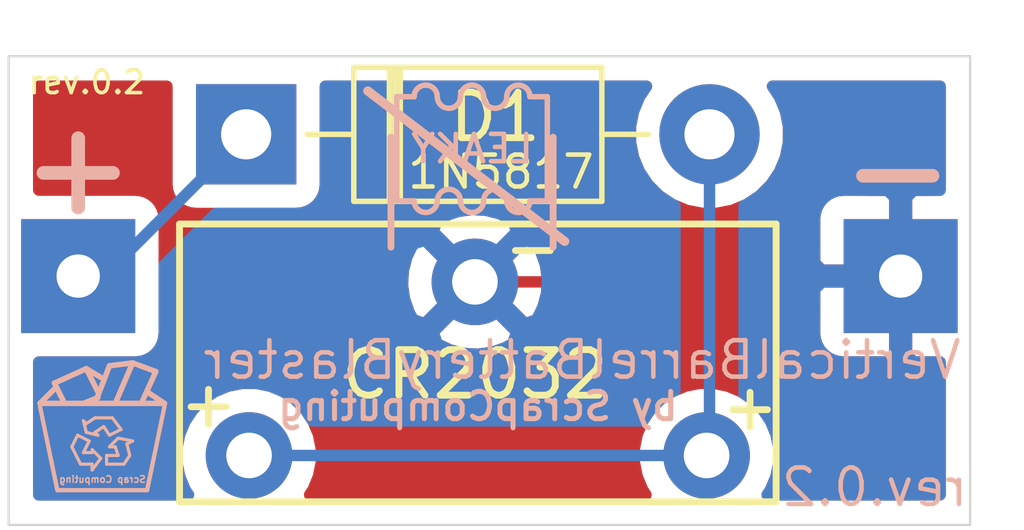
<source format=kicad_pcb>
(kicad_pcb (version 20171130) (host pcbnew 5.1.9+dfsg1-1+deb11u1)

  (general
    (thickness 1.6)
    (drawings 126)
    (tracks 7)
    (zones 0)
    (modules 3)
    (nets 4)
  )

  (page A4)
  (layers
    (0 F.Cu signal)
    (31 B.Cu signal)
    (32 B.Adhes user)
    (33 F.Adhes user)
    (34 B.Paste user)
    (35 F.Paste user)
    (36 B.SilkS user)
    (37 F.SilkS user)
    (38 B.Mask user)
    (39 F.Mask user)
    (40 Dwgs.User user)
    (41 Cmts.User user)
    (42 Eco1.User user)
    (43 Eco2.User user)
    (44 Edge.Cuts user)
    (45 Margin user)
    (46 B.CrtYd user)
    (47 F.CrtYd user)
    (48 B.Fab user)
    (49 F.Fab user)
  )

  (setup
    (last_trace_width 0.25)
    (user_trace_width 0.75)
    (user_trace_width 0.35)
    (trace_clearance 0.2)
    (zone_clearance 0.508)
    (zone_45_only no)
    (trace_min 0.2)
    (via_size 0.8)
    (via_drill 0.4)
    (via_min_size 0.4)
    (via_min_drill 0.3)
    (uvia_size 0.3)
    (uvia_drill 0.1)
    (uvias_allowed no)
    (uvia_min_size 0.2)
    (uvia_min_drill 0.1)
    (edge_width 0.05)
    (segment_width 0.2)
    (pcb_text_width 0.3)
    (pcb_text_size 1.5 1.5)
    (mod_edge_width 0.12)
    (mod_text_size 1 1)
    (mod_text_width 0.15)
    (pad_size 1.2 1.2)
    (pad_drill 0.8)
    (pad_to_mask_clearance 0)
    (aux_axis_origin 0 0)
    (visible_elements FFFFFF7F)
    (pcbplotparams
      (layerselection 0x010fc_ffffffff)
      (usegerberextensions false)
      (usegerberattributes true)
      (usegerberadvancedattributes true)
      (creategerberjobfile true)
      (excludeedgelayer true)
      (linewidth 0.100000)
      (plotframeref false)
      (viasonmask false)
      (mode 1)
      (useauxorigin false)
      (hpglpennumber 1)
      (hpglpenspeed 20)
      (hpglpendiameter 15.000000)
      (psnegative false)
      (psa4output false)
      (plotreference true)
      (plotvalue true)
      (plotinvisibletext false)
      (padsonsilk false)
      (subtractmaskfromsilk false)
      (outputformat 1)
      (mirror false)
      (drillshape 0)
      (scaleselection 1)
      (outputdirectory "gerbers/"))
  )

  (net 0 "")
  (net 1 GND)
  (net 2 VBAT)
  (net 3 VDiode)

  (net_class Default "This is the default net class."
    (clearance 0.2)
    (trace_width 0.25)
    (via_dia 0.8)
    (via_drill 0.4)
    (uvia_dia 0.3)
    (uvia_drill 0.1)
    (add_net GND)
    (add_net VBAT)
    (add_net VDiode)
  )

  (module Diode_THT:D_DO-41_SOD81_P10.16mm_Horizontal (layer F.Cu) (tedit 5AE50CD5) (tstamp 64B2CE02)
    (at 165.481 80.8355)
    (descr "Diode, DO-41_SOD81 series, Axial, Horizontal, pin pitch=10.16mm, , length*diameter=5.2*2.7mm^2, , http://www.diodes.com/_files/packages/DO-41%20(Plastic).pdf")
    (tags "Diode DO-41_SOD81 series Axial Horizontal pin pitch 10.16mm  length 5.2mm diameter 2.7mm")
    (path /649A5EDE)
    (fp_text reference D1 (at 5.461 -0.381) (layer F.SilkS)
      (effects (font (size 1 1) (thickness 0.15)))
    )
    (fp_text value 1N5817 (at 5.08 2.47) (layer F.Fab)
      (effects (font (size 1 1) (thickness 0.15)))
    )
    (fp_line (start 2.48 -1.35) (end 2.48 1.35) (layer F.Fab) (width 0.1))
    (fp_line (start 2.48 1.35) (end 7.68 1.35) (layer F.Fab) (width 0.1))
    (fp_line (start 7.68 1.35) (end 7.68 -1.35) (layer F.Fab) (width 0.1))
    (fp_line (start 7.68 -1.35) (end 2.48 -1.35) (layer F.Fab) (width 0.1))
    (fp_line (start 0 0) (end 2.48 0) (layer F.Fab) (width 0.1))
    (fp_line (start 10.16 0) (end 7.68 0) (layer F.Fab) (width 0.1))
    (fp_line (start 3.26 -1.35) (end 3.26 1.35) (layer F.Fab) (width 0.1))
    (fp_line (start 3.36 -1.35) (end 3.36 1.35) (layer F.Fab) (width 0.1))
    (fp_line (start 3.16 -1.35) (end 3.16 1.35) (layer F.Fab) (width 0.1))
    (fp_line (start 2.36 -1.47) (end 2.36 1.47) (layer F.SilkS) (width 0.12))
    (fp_line (start 2.36 1.47) (end 7.8 1.47) (layer F.SilkS) (width 0.12))
    (fp_line (start 7.8 1.47) (end 7.8 -1.47) (layer F.SilkS) (width 0.12))
    (fp_line (start 7.8 -1.47) (end 2.36 -1.47) (layer F.SilkS) (width 0.12))
    (fp_line (start 1.34 0) (end 2.36 0) (layer F.SilkS) (width 0.12))
    (fp_line (start 8.82 0) (end 7.8 0) (layer F.SilkS) (width 0.12))
    (fp_line (start 3.26 -1.47) (end 3.26 1.47) (layer F.SilkS) (width 0.12))
    (fp_line (start 3.38 -1.47) (end 3.38 1.47) (layer F.SilkS) (width 0.12))
    (fp_line (start 3.14 -1.47) (end 3.14 1.47) (layer F.SilkS) (width 0.12))
    (fp_line (start -1.35 -1.6) (end -1.35 1.6) (layer F.CrtYd) (width 0.05))
    (fp_line (start -1.35 1.6) (end 11.51 1.6) (layer F.CrtYd) (width 0.05))
    (fp_line (start 11.51 1.6) (end 11.51 -1.6) (layer F.CrtYd) (width 0.05))
    (fp_line (start 11.51 -1.6) (end -1.35 -1.6) (layer F.CrtYd) (width 0.05))
    (fp_text user K (at -1.5875 -3.937) (layer F.SilkS) hide
      (effects (font (size 1 1) (thickness 0.15)))
    )
    (fp_text user K (at 0 -2.1) (layer F.Fab)
      (effects (font (size 1 1) (thickness 0.15)))
    )
    (fp_text user %R (at 5.47 -0.5715) (layer F.Fab)
      (effects (font (size 1 1) (thickness 0.15)))
    )
    (pad 2 thru_hole oval (at 10.16 0) (size 2.2 2.2) (drill 1.1) (layers *.Cu *.Mask)
      (net 2 VBAT))
    (pad 1 thru_hole rect (at 0 0) (size 2.2 2.2) (drill 1.1) (layers *.Cu *.Mask)
      (net 3 VDiode))
    (model ${KISYS3DMOD}/Diode_THT.3dshapes/D_DO-41_SOD81_P10.16mm_Horizontal.wrl
      (at (xyz 0 0 0))
      (scale (xyz 1 1 1))
      (rotate (xyz 0 0 0))
    )
  )

  (module VerticalBarrelBatteryBlaster:cr2032_vertical_battery_holder (layer F.Cu) (tedit 649A5DDC) (tstamp 649AB629)
    (at 165.5445 87.884)
    (path /63ADD5BE)
    (fp_text reference CR2032 (at 4.953 -1.778) (layer F.SilkS)
      (effects (font (size 1 1) (thickness 0.15)))
    )
    (fp_text value CR2032 (at 13.97 -2.032) (layer F.Fab)
      (effects (font (size 1 1) (thickness 0.15)))
    )
    (fp_line (start 11.811 -5.334) (end 11.811 1.27) (layer F.CrtYd) (width 0.12))
    (fp_line (start 11.811 1.27) (end -1.778 1.27) (layer F.CrtYd) (width 0.12))
    (fp_line (start -1.524 -5.08) (end 11.557 -5.08) (layer F.SilkS) (width 0.15))
    (fp_line (start 11.557 -5.08) (end 11.557 1.016) (layer F.SilkS) (width 0.15))
    (fp_line (start -1.524 -5.08) (end -1.524 1.016) (layer F.SilkS) (width 0.15))
    (fp_line (start -1.524 1.016) (end 11.557 1.016) (layer F.SilkS) (width 0.15))
    (fp_line (start 11.811 -5.334) (end -1.778 -5.334) (layer F.CrtYd) (width 0.12))
    (fp_line (start -1.778 -5.334) (end -1.778 1.27) (layer F.CrtYd) (width 0.12))
    (fp_text user - (at 6.223 -4.572) (layer F.SilkS)
      (effects (font (size 1 1) (thickness 0.15)))
    )
    (fp_text user + (at 10.9855 -1.0795) (layer F.SilkS)
      (effects (font (size 1 1) (thickness 0.15)))
    )
    (fp_text user + (at -0.889 -1.143) (layer F.SilkS)
      (effects (font (size 1 1) (thickness 0.15)))
    )
    (pad 2 thru_hole circle (at 4.953 -3.81) (size 1.9 1.9) (drill 1) (layers *.Cu *.Mask)
      (net 1 GND))
    (pad 1 thru_hole circle (at 10.033 0) (size 1.9 1.9) (drill 1) (layers *.Cu *.Mask)
      (net 2 VBAT))
    (pad 1 thru_hole circle (at 0 0) (size 1.9 1.9) (drill 1) (layers *.Cu *.Mask)
      (net 2 VBAT))
  )

  (module VerticalBarrelBatteryBlaster:barrel_battery_pins (layer B.Cu) (tedit 649A584B) (tstamp 64B2CD49)
    (at 179.832 83.947 180)
    (path /63AE9158)
    (fp_text reference BarrelBattery1 (at -0.8255 10.668) (layer B.SilkS) hide
      (effects (font (size 1 1) (thickness 0.15)) (justify mirror))
    )
    (fp_text value BarrelBattery (at 8.636 3.683) (layer B.Fab)
      (effects (font (size 1 1) (thickness 0.15)) (justify mirror))
    )
    (fp_text user + (at 18.034 2.413) (layer B.SilkS)
      (effects (font (size 2 2) (thickness 0.3)) (justify mirror))
    )
    (fp_text user + (at 18.034 3.048) (layer F.Mask)
      (effects (font (size 2 2) (thickness 0.3)))
    )
    (fp_text user - (at 0.127 3.048) (layer F.Mask)
      (effects (font (size 2 2) (thickness 0.3)))
    )
    (pad 2 thru_hole rect (at 0 0 90) (size 2.5 2.5) (drill 0.95) (layers *.Cu *.Mask)
      (net 1 GND))
    (pad 1 thru_hole rect (at 18.034 0 180) (size 2.5 2.5) (drill 0.95) (layers *.Cu *.Mask)
      (net 3 VDiode))
  )

  (gr_text 1N5817 (at 171.069 81.661) (layer F.SilkS)
    (effects (font (size 0.7 0.7) (thickness 0.1)))
  )
  (gr_text - (at 179.7685 81.5975) (layer B.SilkS)
    (effects (font (size 2 2) (thickness 0.3)) (justify mirror))
  )
  (gr_line (start 161.8615 88.138) (end 161.7345 87.9475) (layer F.Mask) (width 0.0692) (tstamp 649A5C3D))
  (gr_line (start 162.687 87.249) (end 162.4965 87.122) (layer F.Mask) (width 0.0692) (tstamp 649A5C3C))
  (gr_line (start 162.433 86.6775) (end 162.7505 86.8045) (layer F.Mask) (width 0.12) (tstamp 649A5C3B))
  (gr_line (start 161.163 86.106) (end 161.671 85.9155) (layer F.Mask) (width 0.12) (tstamp 649A5C3A))
  (gr_line (start 161.925 87.376) (end 162.179 87.503) (layer F.Mask) (width 0.0692) (tstamp 649A5C39))
  (gr_line (start 161.671 85.9155) (end 162.179 85.979) (layer F.Mask) (width 0.12) (tstamp 649A5C38))
  (gr_line (start 162.2425 87.9475) (end 162.2425 88.138) (layer F.Mask) (width 0.0692) (tstamp 649A5C37))
  (gr_line (start 163.195 86.741) (end 163.3855 86.36) (layer F.Mask) (width 0.12) (tstamp 649A5C36))
  (gr_line (start 162.179 85.979) (end 162.4965 86.8045) (layer F.Mask) (width 0.12) (tstamp 649A5C35))
  (gr_line (start 160.9725 86.8045) (end 163.703 86.8045) (layer F.Mask) (width 0.12) (tstamp 649A5C34))
  (gr_line (start 162.7505 87.1855) (end 162.687 87.249) (layer F.Mask) (width 0.0692) (tstamp 649A5C33))
  (gr_line (start 163.322 88.7095) (end 163.703 86.868) (layer F.Mask) (width 0.0946) (tstamp 649A5C32))
  (gr_line (start 162.306 87.3125) (end 162.4965 87.4395) (layer F.Mask) (width 0.0692) (tstamp 649A5C31))
  (gr_line (start 161.9885 87.9475) (end 162.2425 87.9475) (layer F.Mask) (width 0.0692) (tstamp 649A5C30))
  (gr_line (start 162.56 88.265) (end 162.56 88.138) (layer F.Mask) (width 0.0692) (tstamp 649A5C2F))
  (gr_line (start 162.56 88.138) (end 162.814 88.138) (layer F.Mask) (width 0.0692) (tstamp 649A5C2E))
  (gr_line (start 161.9885 87.5665) (end 162.179 87.757) (layer F.Mask) (width 0.0692) (tstamp 649A5C2D))
  (gr_line (start 163.3855 86.487) (end 163.703 86.8045) (layer F.Mask) (width 0.12) (tstamp 649A5C2C))
  (gr_line (start 163.3855 86.36) (end 162.687 86.0425) (layer F.Mask) (width 0.12) (tstamp 649A5C2B))
  (gr_line (start 162.3695 88.011) (end 162.56 88.265) (layer F.Mask) (width 0.0692) (tstamp 649A5C2A))
  (gr_line (start 162.56 87.884) (end 162.56 87.8205) (layer F.Mask) (width 0.0692) (tstamp 649A5C29))
  (gr_line (start 161.671 85.9155) (end 162.052 86.8045) (layer F.Mask) (width 0.12) (tstamp 649A5C28))
  (gr_line (start 160.9725 86.868) (end 161.3535 88.7095) (layer F.Mask) (width 0.0946) (tstamp 649A5C27))
  (gr_line (start 162.814 88.138) (end 163.0045 87.757) (layer F.Mask) (width 0.0692) (tstamp 649A5C26))
  (gr_line (start 161.3535 88.7095) (end 163.322 88.7095) (layer F.Mask) (width 0.0946) (tstamp 649A5C25))
  (gr_line (start 162.179 87.503) (end 162.306 87.3125) (layer F.Mask) (width 0.0692) (tstamp 649A5C24))
  (gr_line (start 162.687 87.4395) (end 162.7505 87.1855) (layer F.Mask) (width 0.0692) (tstamp 649A5C23))
  (gr_line (start 162.687 86.0425) (end 162.3695 86.233) (layer F.Mask) (width 0.12) (tstamp 649A5C22))
  (gr_line (start 162.687 86.0425) (end 162.433 86.5505) (layer F.Mask) (width 0.12) (tstamp 649A5C21))
  (gr_line (start 162.8775 87.503) (end 162.6235 87.63) (layer F.Mask) (width 0.0692) (tstamp 649A5C20))
  (gr_line (start 161.7345 87.9475) (end 161.798 87.6935) (layer F.Mask) (width 0.0692) (tstamp 649A5C1F))
  (gr_line (start 162.2425 88.138) (end 161.8615 88.138) (layer F.Mask) (width 0.0692) (tstamp 649A5C1E))
  (gr_line (start 162.56 87.8205) (end 162.3695 88.011) (layer F.Mask) (width 0.0692) (tstamp 649A5C1D))
  (gr_line (start 162.433 87.503) (end 162.687 87.4395) (layer F.Mask) (width 0.0692) (tstamp 649A5C1C))
  (gr_line (start 162.052 87.757) (end 161.9885 87.9475) (layer F.Mask) (width 0.0692) (tstamp 649A5C1B))
  (gr_line (start 160.9725 86.8045) (end 161.3535 86.5505) (layer F.Mask) (width 0.12) (tstamp 649A5C1A))
  (gr_line (start 162.4965 87.4395) (end 162.433 87.503) (layer F.Mask) (width 0.0692) (tstamp 649A5C19))
  (gr_line (start 162.179 87.757) (end 162.052 87.757) (layer F.Mask) (width 0.0692) (tstamp 649A5C18))
  (gr_line (start 162.7505 87.884) (end 162.56 87.884) (layer F.Mask) (width 0.0692) (tstamp 649A5C17))
  (gr_text "Scrap Computing" (at 162.3314 88.47074) (layer F.Mask) (tstamp 649A5C16)
    (effects (font (size 0.14656 0.14656) (thickness 0.03156)))
  )
  (gr_line (start 162.6235 87.63) (end 162.7505 87.884) (layer F.Mask) (width 0.0692) (tstamp 649A5C15))
  (gr_line (start 162.1155 87.122) (end 161.925 87.376) (layer F.Mask) (width 0.0692) (tstamp 649A5C14))
  (gr_line (start 161.798 87.6935) (end 161.671 87.63) (layer F.Mask) (width 0.0692) (tstamp 649A5C13))
  (gr_line (start 161.671 87.63) (end 161.9885 87.5665) (layer F.Mask) (width 0.0692) (tstamp 649A5C12))
  (gr_line (start 161.4805 86.8045) (end 161.163 86.106) (layer F.Mask) (width 0.12) (tstamp 649A5C11))
  (gr_line (start 163.0045 87.757) (end 162.8775 87.503) (layer F.Mask) (width 0.0692) (tstamp 649A5C10))
  (gr_line (start 162.4965 87.122) (end 162.1155 87.122) (layer F.Mask) (width 0.0692) (tstamp 649A5C0F))
  (gr_text "Vertical\nBarrel\nBattery\nBlaster" (at 164.1475 84.709) (layer F.Mask) (tstamp 649A5916)
    (effects (font (size 0.55 0.6) (thickness 0.09)) (justify left))
  )
  (gr_text rev.0.2 (at 161.9885 79.6925) (layer F.SilkS) (tstamp 649A590D)
    (effects (font (size 0.5 0.5) (thickness 0.08)))
  )
  (gr_text "by\nScrapComputing" (at 170.6245 87.8205) (layer F.Mask) (tstamp 649A5904)
    (effects (font (size 0.6 0.6) (thickness 0.1)))
  )
  (gr_line (start 172.466 83.185) (end 168.148 79.883) (layer B.SilkS) (width 0.2))
  (gr_text LEAKY (at 170.434 81.153) (layer B.SilkS)
    (effects (font (size 0.6 0.6) (thickness 0.1)) (justify mirror))
  )
  (gr_arc (start 169.926 82.296) (end 169.672 82.296) (angle 180) (layer B.SilkS) (width 0.12) (tstamp 63AD5BE1))
  (gr_line (start 171.704 82.296) (end 172.085 82.296) (layer B.SilkS) (width 0.12) (tstamp 63AD5BE0))
  (gr_arc (start 170.942 82.296) (end 170.688 82.296) (angle 180) (layer B.SilkS) (width 0.12) (tstamp 63AD5BDF))
  (gr_line (start 168.783 82.296) (end 169.164 82.296) (layer B.SilkS) (width 0.12) (tstamp 63AD5BDE))
  (gr_arc (start 170.434 82.296) (end 170.688 82.296) (angle 180) (layer B.SilkS) (width 0.12) (tstamp 63AD5BDD))
  (gr_arc (start 171.45 82.296) (end 171.704 82.296) (angle 180) (layer B.SilkS) (width 0.12) (tstamp 63AD5BDC))
  (gr_arc (start 169.418 82.296) (end 169.672 82.296) (angle 180) (layer B.SilkS) (width 0.12) (tstamp 63AD5BDB))
  (gr_arc (start 169.926 80.01) (end 170.18 80.01) (angle 180) (layer B.SilkS) (width 0.12) (tstamp 63AD5BCE))
  (gr_arc (start 170.942 80.01) (end 171.196 80.01) (angle 180) (layer B.SilkS) (width 0.12) (tstamp 63AD5BC3))
  (gr_line (start 168.656 83.312) (end 168.656 80.899) (layer B.SilkS) (width 0.15) (tstamp 63AD5BB0))
  (gr_line (start 168.783 82.296) (end 168.783 80.01) (layer B.SilkS) (width 0.12) (tstamp 63AD5BAD))
  (gr_arc (start 169.418 80.01) (end 169.164 80.01) (angle 180) (layer B.SilkS) (width 0.12) (tstamp 63AD5B6A))
  (gr_line (start 169.164 80.01) (end 168.783 80.01) (layer B.SilkS) (width 0.12) (tstamp 63AD5B69))
  (gr_arc (start 170.434 80.01) (end 170.18 80.01) (angle 180) (layer B.SilkS) (width 0.12) (tstamp 63AD5B6A))
  (gr_arc (start 171.45 80.01) (end 171.196 80.01) (angle 180) (layer B.SilkS) (width 0.12))
  (gr_line (start 172.085 80.01) (end 171.704 80.01) (layer B.SilkS) (width 0.12))
  (gr_line (start 172.085 82.296) (end 172.085 80.01) (layer B.SilkS) (width 0.12))
  (gr_line (start 172.212 83.312) (end 172.212 80.899) (layer B.SilkS) (width 0.15))
  (gr_text rev.0.2 (at 179.2605 88.5825) (layer B.SilkS) (tstamp 63AD56C4)
    (effects (font (size 0.8 0.8) (thickness 0.1)) (justify mirror))
  )
  (gr_text VerticalBarrelBatteryBlaster (at 172.847 85.7885) (layer B.SilkS) (tstamp 63AD5642)
    (effects (font (size 0.8 0.8) (thickness 0.1)) (justify mirror))
  )
  (gr_text "by ScrapComputing" (at 170.561 86.8045) (layer B.SilkS)
    (effects (font (size 0.6 0.6) (thickness 0.11)) (justify mirror))
  )
  (gr_line (start 160.274 89.408) (end 181.356 89.408) (layer Edge.Cuts) (width 0.05) (tstamp 649AB69F))
  (gr_line (start 160.274 79.121) (end 160.274 89.408) (layer Edge.Cuts) (width 0.05))
  (gr_line (start 181.356 79.121) (end 160.274 79.121) (layer Edge.Cuts) (width 0.05))
  (gr_line (start 181.356 89.408) (end 181.356 79.121) (layer Edge.Cuts) (width 0.05))
  (gr_line (start 162.1663 87.0585) (end 162.5473 87.0585) (layer B.SilkS) (width 0.0692) (tstamp 6498B8FD))
  (gr_line (start 161.6583 87.6935) (end 161.7853 87.4395) (layer B.SilkS) (width 0.0692) (tstamp 6498B8FA))
  (gr_line (start 163.1823 86.741) (end 163.4998 86.0425) (layer B.SilkS) (width 0.12) (tstamp 6498B8B8))
  (gr_line (start 162.9918 87.5665) (end 162.6743 87.503) (layer B.SilkS) (width 0.0692) (tstamp 6498B8B5))
  (gr_line (start 162.8648 87.63) (end 162.9918 87.5665) (layer B.SilkS) (width 0.0692) (tstamp 6498B8B2))
  (gr_line (start 162.5473 87.0585) (end 162.7378 87.3125) (layer B.SilkS) (width 0.0692) (tstamp 6498B8AF))
  (gr_line (start 162.0393 87.5665) (end 161.9123 87.8205) (layer B.SilkS) (width 0.0692) (tstamp 6498B8AC))
  (gr_line (start 161.4678 86.6775) (end 161.2773 86.2965) (layer B.SilkS) (width 0.12) (tstamp 6498B8A9))
  (gr_line (start 162.4203 87.884) (end 162.4203 88.0745) (layer B.SilkS) (width 0.0692) (tstamp 6498B8CA))
  (gr_text "Scrap Computing" (at 162.3314 88.40724) (layer B.SilkS) (tstamp 6498B8C7)
    (effects (font (size 0.14656 0.14656) (thickness 0.03156)) (justify mirror))
  )
  (gr_line (start 162.9918 85.852) (end 162.4838 85.9155) (layer B.SilkS) (width 0.12) (tstamp 6498B8C4))
  (gr_line (start 162.7378 87.3125) (end 162.4838 87.4395) (layer B.SilkS) (width 0.0692) (tstamp 6498B8C1))
  (gr_line (start 163.4998 86.0425) (end 162.9918 85.852) (layer B.SilkS) (width 0.12) (tstamp 6498B8BE))
  (gr_line (start 162.2298 86.614) (end 161.9123 86.741) (layer B.SilkS) (width 0.12) (tstamp 6498B8BB))
  (gr_line (start 161.9758 87.1855) (end 162.1663 87.0585) (layer B.SilkS) (width 0.0692) (tstamp 6498B8A6))
  (gr_line (start 162.8013 88.0745) (end 162.9283 87.884) (layer B.SilkS) (width 0.0692) (tstamp 6498B8A3))
  (gr_line (start 161.9123 87.8205) (end 162.1028 87.8205) (layer B.SilkS) (width 0.0692) (tstamp 6498B8A0))
  (gr_line (start 162.4838 87.6935) (end 162.6108 87.6935) (layer B.SilkS) (width 0.0692) (tstamp 6498B89D))
  (gr_line (start 162.1663 87.376) (end 162.2298 87.4395) (layer B.SilkS) (width 0.0692) (tstamp 6498B89A))
  (gr_line (start 163.6903 86.741) (end 163.3093 86.487) (layer B.SilkS) (width 0.12) (tstamp 6498B897))
  (gr_line (start 162.6108 87.6935) (end 162.6743 87.884) (layer B.SilkS) (width 0.0692) (tstamp 6498B8DC))
  (gr_line (start 162.2298 87.4395) (end 161.9758 87.376) (layer B.SilkS) (width 0.0692) (tstamp 6498B8D9))
  (gr_line (start 162.1028 87.757) (end 162.2933 87.9475) (layer B.SilkS) (width 0.0692) (tstamp 6498B8D6))
  (gr_line (start 162.4203 88.0745) (end 162.8013 88.0745) (layer B.SilkS) (width 0.0692) (tstamp 6498B8D3))
  (gr_line (start 162.1028 88.0745) (end 161.8488 88.0745) (layer B.SilkS) (width 0.0692) (tstamp 6498B8D0))
  (gr_line (start 162.1028 88.2015) (end 162.1028 88.0745) (layer B.SilkS) (width 0.0692) (tstamp 6498B8CD))
  (gr_line (start 162.6743 87.884) (end 162.4203 87.884) (layer B.SilkS) (width 0.0692) (tstamp 6498B894))
  (gr_line (start 162.3568 87.249) (end 162.1663 87.376) (layer B.SilkS) (width 0.0692) (tstamp 6498B891))
  (gr_line (start 161.3408 88.646) (end 160.9598 86.8045) (layer B.SilkS) (width 0.0946) (tstamp 6498B88E))
  (gr_line (start 161.9123 87.122) (end 161.9758 87.1855) (layer B.SilkS) (width 0.0692) (tstamp 6498B88B))
  (gr_line (start 163.6903 86.741) (end 160.9598 86.741) (layer B.SilkS) (width 0.12) (tstamp 6498B888))
  (gr_line (start 162.4838 85.9155) (end 162.1663 86.741) (layer B.SilkS) (width 0.12) (tstamp 6498B885))
  (gr_line (start 161.8488 88.0745) (end 161.6583 87.6935) (layer B.SilkS) (width 0.0692) (tstamp 6498B882))
  (gr_line (start 163.6903 86.8045) (end 163.3093 88.646) (layer B.SilkS) (width 0.0946) (tstamp 6498B87F))
  (gr_line (start 162.9918 85.852) (end 162.6108 86.741) (layer B.SilkS) (width 0.12) (tstamp 6498B87C))
  (gr_line (start 162.1028 87.8205) (end 162.1028 87.757) (layer B.SilkS) (width 0.0692) (tstamp 6498B879))
  (gr_line (start 162.2933 87.9475) (end 162.1028 88.2015) (layer B.SilkS) (width 0.0692) (tstamp 6498B876))
  (gr_line (start 161.2773 86.2965) (end 161.9758 85.979) (layer B.SilkS) (width 0.12) (tstamp 6498B873))
  (gr_line (start 161.2773 86.4235) (end 160.9598 86.741) (layer B.SilkS) (width 0.12) (tstamp 6498B8F7))
  (gr_line (start 162.6743 87.503) (end 162.4838 87.6935) (layer B.SilkS) (width 0.0692) (tstamp 6498B8F4))
  (gr_line (start 162.9283 87.884) (end 162.8648 87.63) (layer B.SilkS) (width 0.0692) (tstamp 6498B8F1))
  (gr_line (start 161.7853 87.4395) (end 162.0393 87.5665) (layer B.SilkS) (width 0.0692) (tstamp 6498B8EE))
  (gr_line (start 161.9758 85.979) (end 162.2298 86.487) (layer B.SilkS) (width 0.12) (tstamp 6498B8EB))
  (gr_line (start 161.9758 85.979) (end 162.2933 86.1695) (layer B.SilkS) (width 0.12) (tstamp 6498B8E8))
  (gr_line (start 161.9758 87.376) (end 161.9123 87.122) (layer B.SilkS) (width 0.0692) (tstamp 6498B8E5))
  (gr_line (start 162.4838 87.4395) (end 162.3568 87.249) (layer B.SilkS) (width 0.0692) (tstamp 6498B8E2))
  (gr_line (start 163.3093 88.646) (end 161.3408 88.646) (layer B.SilkS) (width 0.0946) (tstamp 6498B8DF))

  (segment (start 179.705 84.074) (end 179.832 83.947) (width 0.25) (layer F.Cu) (net 1))
  (segment (start 170.4975 84.074) (end 179.705 84.074) (width 0.25) (layer F.Cu) (net 1))
  (segment (start 175.641 87.8205) (end 175.5775 87.884) (width 0.25) (layer B.Cu) (net 2))
  (segment (start 175.641 80.8355) (end 175.641 87.8205) (width 0.25) (layer B.Cu) (net 2))
  (segment (start 175.5775 87.884) (end 165.5445 87.884) (width 0.25) (layer B.Cu) (net 2))
  (segment (start 162.3695 83.947) (end 165.481 80.8355) (width 0.25) (layer B.Cu) (net 3))
  (segment (start 161.798 83.947) (end 162.3695 83.947) (width 0.25) (layer B.Cu) (net 3))

  (zone (net 1) (net_name GND) (layer F.Cu) (tstamp 649A5E70) (hatch edge 0.508)
    (connect_pads (clearance 0.508))
    (min_thickness 0.254)
    (fill yes (arc_segments 32) (thermal_gap 0.508) (thermal_bridge_width 0.508))
    (polygon
      (pts
        (xy 181.483 78.994) (xy 181.4195 89.535) (xy 160.0835 89.535) (xy 160.147 78.9305)
      )
    )
    (filled_polygon
      (pts
        (xy 163.742928 81.9355) (xy 163.755188 82.059982) (xy 163.791498 82.17968) (xy 163.850463 82.289994) (xy 163.929815 82.386685)
        (xy 164.026506 82.466037) (xy 164.13682 82.525002) (xy 164.256518 82.561312) (xy 164.381 82.573572) (xy 166.581 82.573572)
        (xy 166.705482 82.561312) (xy 166.82518 82.525002) (xy 166.935494 82.466037) (xy 167.032185 82.386685) (xy 167.111537 82.289994)
        (xy 167.170502 82.17968) (xy 167.206812 82.059982) (xy 167.219072 81.9355) (xy 167.219072 79.781) (xy 174.258927 79.781)
        (xy 174.103463 80.013669) (xy 173.972675 80.329419) (xy 173.906 80.664617) (xy 173.906 81.006383) (xy 173.972675 81.341581)
        (xy 174.103463 81.657331) (xy 174.293337 81.941498) (xy 174.535002 82.183163) (xy 174.819169 82.373037) (xy 175.134919 82.503825)
        (xy 175.470117 82.5705) (xy 175.811883 82.5705) (xy 176.147081 82.503825) (xy 176.462831 82.373037) (xy 176.746998 82.183163)
        (xy 176.988663 81.941498) (xy 177.178537 81.657331) (xy 177.309325 81.341581) (xy 177.376 81.006383) (xy 177.376 80.664617)
        (xy 177.309325 80.329419) (xy 177.178537 80.013669) (xy 177.023073 79.781) (xy 180.696001 79.781) (xy 180.696001 82.060158)
        (xy 180.11775 82.062) (xy 179.959 82.22075) (xy 179.959 83.82) (xy 179.979 83.82) (xy 179.979 84.074)
        (xy 179.959 84.074) (xy 179.959 85.67325) (xy 180.11775 85.832) (xy 180.696 85.833842) (xy 180.696 88.748)
        (xy 176.906457 88.748) (xy 176.982109 88.634779) (xy 177.101589 88.346327) (xy 177.1625 88.040109) (xy 177.1625 87.727891)
        (xy 177.101589 87.421673) (xy 176.982109 87.133221) (xy 176.80865 86.873621) (xy 176.587879 86.65285) (xy 176.328279 86.479391)
        (xy 176.039827 86.359911) (xy 175.733609 86.299) (xy 175.421391 86.299) (xy 175.115173 86.359911) (xy 174.826721 86.479391)
        (xy 174.567121 86.65285) (xy 174.34635 86.873621) (xy 174.172891 87.133221) (xy 174.053411 87.421673) (xy 173.9925 87.727891)
        (xy 173.9925 88.040109) (xy 174.053411 88.346327) (xy 174.172891 88.634779) (xy 174.248543 88.748) (xy 166.873457 88.748)
        (xy 166.949109 88.634779) (xy 167.068589 88.346327) (xy 167.1295 88.040109) (xy 167.1295 87.727891) (xy 167.068589 87.421673)
        (xy 166.949109 87.133221) (xy 166.77565 86.873621) (xy 166.554879 86.65285) (xy 166.295279 86.479391) (xy 166.006827 86.359911)
        (xy 165.700609 86.299) (xy 165.388391 86.299) (xy 165.082173 86.359911) (xy 164.793721 86.479391) (xy 164.534121 86.65285)
        (xy 164.31335 86.873621) (xy 164.139891 87.133221) (xy 164.020411 87.421673) (xy 163.9595 87.727891) (xy 163.9595 88.040109)
        (xy 164.020411 88.346327) (xy 164.139891 88.634779) (xy 164.215543 88.748) (xy 160.934 88.748) (xy 160.934 85.835072)
        (xy 163.048 85.835072) (xy 163.172482 85.822812) (xy 163.29218 85.786502) (xy 163.402494 85.727537) (xy 163.499185 85.648185)
        (xy 163.578537 85.551494) (xy 163.637502 85.44118) (xy 163.673812 85.321482) (xy 163.686072 85.197) (xy 163.686072 85.173752)
        (xy 169.577353 85.173752) (xy 169.667079 85.433042) (xy 169.948171 85.568935) (xy 170.250373 85.647379) (xy 170.562073 85.665359)
        (xy 170.871291 85.622184) (xy 171.166144 85.519513) (xy 171.327921 85.433042) (xy 171.409602 85.197) (xy 177.943928 85.197)
        (xy 177.956188 85.321482) (xy 177.992498 85.44118) (xy 178.051463 85.551494) (xy 178.130815 85.648185) (xy 178.227506 85.727537)
        (xy 178.33782 85.786502) (xy 178.457518 85.822812) (xy 178.582 85.835072) (xy 179.54625 85.832) (xy 179.705 85.67325)
        (xy 179.705 84.074) (xy 178.10575 84.074) (xy 177.947 84.23275) (xy 177.943928 85.197) (xy 171.409602 85.197)
        (xy 171.417647 85.173752) (xy 170.4975 84.253605) (xy 169.577353 85.173752) (xy 163.686072 85.173752) (xy 163.686072 84.138573)
        (xy 168.906141 84.138573) (xy 168.949316 84.447791) (xy 169.051987 84.742644) (xy 169.138458 84.904421) (xy 169.397748 84.994147)
        (xy 170.317895 84.074) (xy 170.677105 84.074) (xy 171.597252 84.994147) (xy 171.856542 84.904421) (xy 171.992435 84.623329)
        (xy 172.070879 84.321127) (xy 172.088859 84.009427) (xy 172.045684 83.700209) (xy 171.943013 83.405356) (xy 171.856542 83.243579)
        (xy 171.597252 83.153853) (xy 170.677105 84.074) (xy 170.317895 84.074) (xy 169.397748 83.153853) (xy 169.138458 83.243579)
        (xy 169.002565 83.524671) (xy 168.924121 83.826873) (xy 168.906141 84.138573) (xy 163.686072 84.138573) (xy 163.686072 82.974248)
        (xy 169.577353 82.974248) (xy 170.4975 83.894395) (xy 171.417647 82.974248) (xy 171.327921 82.714958) (xy 171.290776 82.697)
        (xy 177.943928 82.697) (xy 177.947 83.66125) (xy 178.10575 83.82) (xy 179.705 83.82) (xy 179.705 82.22075)
        (xy 179.54625 82.062) (xy 178.582 82.058928) (xy 178.457518 82.071188) (xy 178.33782 82.107498) (xy 178.227506 82.166463)
        (xy 178.130815 82.245815) (xy 178.051463 82.342506) (xy 177.992498 82.45282) (xy 177.956188 82.572518) (xy 177.943928 82.697)
        (xy 171.290776 82.697) (xy 171.046829 82.579065) (xy 170.744627 82.500621) (xy 170.432927 82.482641) (xy 170.123709 82.525816)
        (xy 169.828856 82.628487) (xy 169.667079 82.714958) (xy 169.577353 82.974248) (xy 163.686072 82.974248) (xy 163.686072 82.697)
        (xy 163.673812 82.572518) (xy 163.637502 82.45282) (xy 163.578537 82.342506) (xy 163.499185 82.245815) (xy 163.402494 82.166463)
        (xy 163.29218 82.107498) (xy 163.172482 82.071188) (xy 163.048 82.058928) (xy 160.934 82.058928) (xy 160.934 79.781)
        (xy 163.742928 79.781)
      )
    )
  )
  (zone (net 1) (net_name GND) (layer B.Cu) (tstamp 649A5E6D) (hatch edge 0.508)
    (connect_pads (clearance 0.508))
    (min_thickness 0.254)
    (fill yes (arc_segments 32) (thermal_gap 0.508) (thermal_bridge_width 0.508))
    (polygon
      (pts
        (xy 181.4195 79.0575) (xy 181.4195 89.535) (xy 160.0835 89.535) (xy 160.0835 78.9305)
      )
    )
    (filled_polygon
      (pts
        (xy 174.103463 80.013669) (xy 173.972675 80.329419) (xy 173.906 80.664617) (xy 173.906 81.006383) (xy 173.972675 81.341581)
        (xy 174.103463 81.657331) (xy 174.293337 81.941498) (xy 174.535002 82.183163) (xy 174.819169 82.373037) (xy 174.881 82.398648)
        (xy 174.881001 86.456908) (xy 174.826721 86.479391) (xy 174.567121 86.65285) (xy 174.34635 86.873621) (xy 174.179052 87.124)
        (xy 166.942948 87.124) (xy 166.77565 86.873621) (xy 166.554879 86.65285) (xy 166.295279 86.479391) (xy 166.006827 86.359911)
        (xy 165.700609 86.299) (xy 165.388391 86.299) (xy 165.082173 86.359911) (xy 164.793721 86.479391) (xy 164.534121 86.65285)
        (xy 164.31335 86.873621) (xy 164.139891 87.133221) (xy 164.020411 87.421673) (xy 163.9595 87.727891) (xy 163.9595 88.040109)
        (xy 164.020411 88.346327) (xy 164.139891 88.634779) (xy 164.215543 88.748) (xy 160.934 88.748) (xy 160.934 85.835072)
        (xy 163.048 85.835072) (xy 163.172482 85.822812) (xy 163.29218 85.786502) (xy 163.402494 85.727537) (xy 163.499185 85.648185)
        (xy 163.578537 85.551494) (xy 163.637502 85.44118) (xy 163.673812 85.321482) (xy 163.686072 85.197) (xy 163.686072 85.173752)
        (xy 169.577353 85.173752) (xy 169.667079 85.433042) (xy 169.948171 85.568935) (xy 170.250373 85.647379) (xy 170.562073 85.665359)
        (xy 170.871291 85.622184) (xy 171.166144 85.519513) (xy 171.327921 85.433042) (xy 171.417647 85.173752) (xy 170.4975 84.253605)
        (xy 169.577353 85.173752) (xy 163.686072 85.173752) (xy 163.686072 84.138573) (xy 168.906141 84.138573) (xy 168.949316 84.447791)
        (xy 169.051987 84.742644) (xy 169.138458 84.904421) (xy 169.397748 84.994147) (xy 170.317895 84.074) (xy 170.677105 84.074)
        (xy 171.597252 84.994147) (xy 171.856542 84.904421) (xy 171.992435 84.623329) (xy 172.070879 84.321127) (xy 172.088859 84.009427)
        (xy 172.045684 83.700209) (xy 171.943013 83.405356) (xy 171.856542 83.243579) (xy 171.597252 83.153853) (xy 170.677105 84.074)
        (xy 170.317895 84.074) (xy 169.397748 83.153853) (xy 169.138458 83.243579) (xy 169.002565 83.524671) (xy 168.924121 83.826873)
        (xy 168.906141 84.138573) (xy 163.686072 84.138573) (xy 163.686072 83.70523) (xy 164.417054 82.974248) (xy 169.577353 82.974248)
        (xy 170.4975 83.894395) (xy 171.417647 82.974248) (xy 171.327921 82.714958) (xy 171.046829 82.579065) (xy 170.744627 82.500621)
        (xy 170.432927 82.482641) (xy 170.123709 82.525816) (xy 169.828856 82.628487) (xy 169.667079 82.714958) (xy 169.577353 82.974248)
        (xy 164.417054 82.974248) (xy 164.81773 82.573572) (xy 166.581 82.573572) (xy 166.705482 82.561312) (xy 166.82518 82.525002)
        (xy 166.935494 82.466037) (xy 167.032185 82.386685) (xy 167.111537 82.289994) (xy 167.170502 82.17968) (xy 167.206812 82.059982)
        (xy 167.219072 81.9355) (xy 167.219072 79.781) (xy 174.258927 79.781)
      )
    )
    (filled_polygon
      (pts
        (xy 180.696001 82.060158) (xy 180.11775 82.062) (xy 179.959 82.22075) (xy 179.959 83.82) (xy 179.979 83.82)
        (xy 179.979 84.074) (xy 179.959 84.074) (xy 179.959 85.67325) (xy 180.11775 85.832) (xy 180.696 85.833842)
        (xy 180.696 88.748) (xy 176.906457 88.748) (xy 176.982109 88.634779) (xy 177.101589 88.346327) (xy 177.1625 88.040109)
        (xy 177.1625 87.727891) (xy 177.101589 87.421673) (xy 176.982109 87.133221) (xy 176.80865 86.873621) (xy 176.587879 86.65285)
        (xy 176.401 86.527982) (xy 176.401 85.197) (xy 177.943928 85.197) (xy 177.956188 85.321482) (xy 177.992498 85.44118)
        (xy 178.051463 85.551494) (xy 178.130815 85.648185) (xy 178.227506 85.727537) (xy 178.33782 85.786502) (xy 178.457518 85.822812)
        (xy 178.582 85.835072) (xy 179.54625 85.832) (xy 179.705 85.67325) (xy 179.705 84.074) (xy 178.10575 84.074)
        (xy 177.947 84.23275) (xy 177.943928 85.197) (xy 176.401 85.197) (xy 176.401 82.697) (xy 177.943928 82.697)
        (xy 177.947 83.66125) (xy 178.10575 83.82) (xy 179.705 83.82) (xy 179.705 82.22075) (xy 179.54625 82.062)
        (xy 178.582 82.058928) (xy 178.457518 82.071188) (xy 178.33782 82.107498) (xy 178.227506 82.166463) (xy 178.130815 82.245815)
        (xy 178.051463 82.342506) (xy 177.992498 82.45282) (xy 177.956188 82.572518) (xy 177.943928 82.697) (xy 176.401 82.697)
        (xy 176.401 82.398648) (xy 176.462831 82.373037) (xy 176.746998 82.183163) (xy 176.988663 81.941498) (xy 177.178537 81.657331)
        (xy 177.309325 81.341581) (xy 177.376 81.006383) (xy 177.376 80.664617) (xy 177.309325 80.329419) (xy 177.178537 80.013669)
        (xy 177.023073 79.781) (xy 180.696001 79.781)
      )
    )
  )
)

</source>
